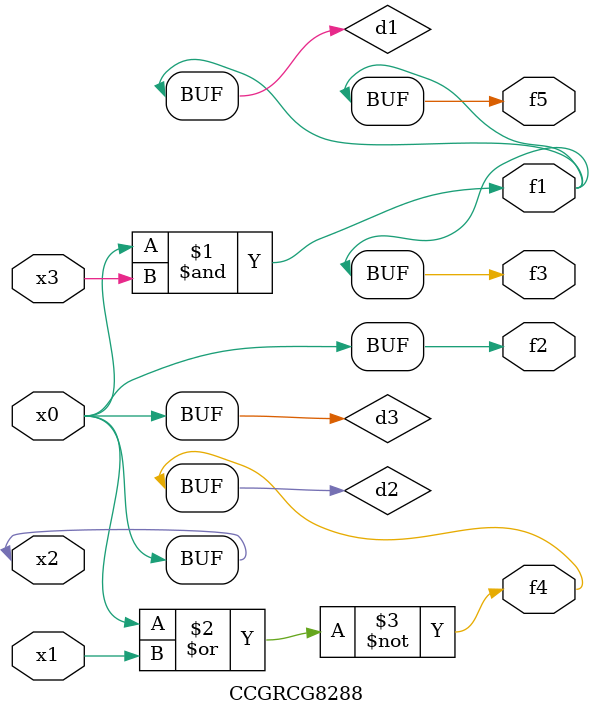
<source format=v>
module CCGRCG8288(
	input x0, x1, x2, x3,
	output f1, f2, f3, f4, f5
);

	wire d1, d2, d3;

	and (d1, x2, x3);
	nor (d2, x0, x1);
	buf (d3, x0, x2);
	assign f1 = d1;
	assign f2 = d3;
	assign f3 = d1;
	assign f4 = d2;
	assign f5 = d1;
endmodule

</source>
